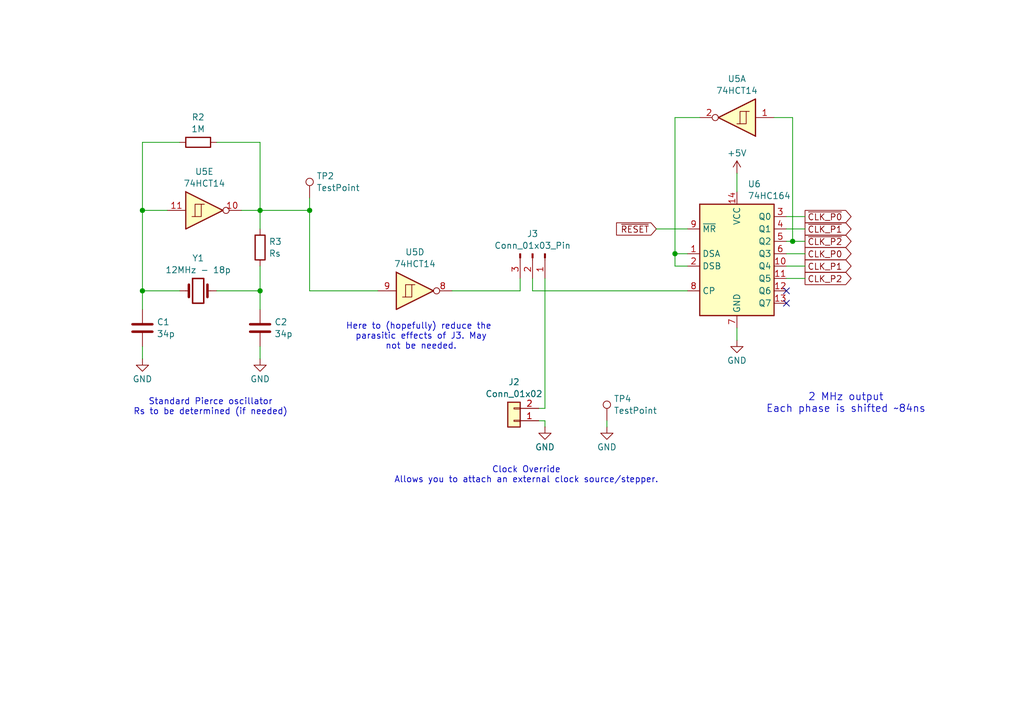
<source format=kicad_sch>
(kicad_sch (version 20231120) (generator "eeschema") (generator_version "8.0")
  (paper "A5")
  (title_block (title "TCPU816") (date "2025-01-31") (rev "1.1") (company "Designed by Kevin Williams - toastland.net") (comment 1 "STILL UNDER DEVELOPMENT"))
  (lib_symbols
    (symbol "74xx:74HC14" (pin_names (offset 1.016))
      (property "Reference" "U" (at 0 1.27 0))
      (property "Value" "74HC14" (at 0 -1.27 0))
      (symbol "74HC14_1_0"
        (polyline (pts (xy -3.81 3.81) (xy -3.81 -3.81) (xy 3.81 0) (xy -3.81 3.81)) (stroke (width 0.254)) (fill (type background)))
        (pin input line (at -7.62 0 0) (length 3.81) (name "~") (number "1"))
        (pin output inverted (at 7.62 0 180) (length 3.81) (name "~") (number "2"))
      )
      (symbol "74HC14_1_1"
        (polyline (pts (xy -1.905 -1.27) (xy -1.905 1.27) (xy -0.635 1.27)))
        (polyline (pts (xy -2.54 -1.27) (xy -0.635 -1.27) (xy -0.635 1.27) (xy 0 1.27)))
      )
      (symbol "74HC14_2_0"
        (polyline (pts (xy -3.81 3.81) (xy -3.81 -3.81) (xy 3.81 0) (xy -3.81 3.81)) (stroke (width 0.254)) (fill (type background)))
        (pin input line (at -7.62 0 0) (length 3.81) (name "~") (number "3"))
        (pin output inverted (at 7.62 0 180) (length 3.81) (name "~") (number "4"))
      )
      (symbol "74HC14_2_1"
        (polyline (pts (xy -1.905 -1.27) (xy -1.905 1.27) (xy -0.635 1.27)))
        (polyline (pts (xy -2.54 -1.27) (xy -0.635 -1.27) (xy -0.635 1.27) (xy 0 1.27)))
      )
      (symbol "74HC14_3_0"
        (polyline (pts (xy -3.81 3.81) (xy -3.81 -3.81) (xy 3.81 0) (xy -3.81 3.81)) (stroke (width 0.254)) (fill (type background)))
        (pin input line (at -7.62 0 0) (length 3.81) (name "~") (number "5"))
        (pin output inverted (at 7.62 0 180) (length 3.81) (name "~") (number "6"))
      )
      (symbol "74HC14_3_1"
        (polyline (pts (xy -1.905 -1.27) (xy -1.905 1.27) (xy -0.635 1.27)))
        (polyline (pts (xy -2.54 -1.27) (xy -0.635 -1.27) (xy -0.635 1.27) (xy 0 1.27)))
      )
      (symbol "74HC14_4_0"
        (polyline (pts (xy -3.81 3.81) (xy -3.81 -3.81) (xy 3.81 0) (xy -3.81 3.81)) (stroke (width 0.254)) (fill (type background)))
        (pin output inverted (at 7.62 0 180) (length 3.81) (name "~") (number "8"))
        (pin input line (at -7.62 0 0) (length 3.81) (name "~") (number "9"))
      )
      (symbol "74HC14_4_1"
        (polyline (pts (xy -1.905 -1.27) (xy -1.905 1.27) (xy -0.635 1.27)))
        (polyline (pts (xy -2.54 -1.27) (xy -0.635 -1.27) (xy -0.635 1.27) (xy 0 1.27)))
      )
      (symbol "74HC14_5_0"
        (polyline (pts (xy -3.81 3.81) (xy -3.81 -3.81) (xy 3.81 0) (xy -3.81 3.81)) (stroke (width 0.254)) (fill (type background)))
        (pin output inverted (at 7.62 0 180) (length 3.81) (name "~") (number "10"))
        (pin input line (at -7.62 0 0) (length 3.81) (name "~") (number "11"))
      )
      (symbol "74HC14_5_1"
        (polyline (pts (xy -1.905 -1.27) (xy -1.905 1.27) (xy -0.635 1.27)))
        (polyline (pts (xy -2.54 -1.27) (xy -0.635 -1.27) (xy -0.635 1.27) (xy 0 1.27)))
      )
      (symbol "74HC14_6_0"
        (polyline (pts (xy -3.81 3.81) (xy -3.81 -3.81) (xy 3.81 0) (xy -3.81 3.81)) (stroke (width 0.254)) (fill (type background)))
        (pin output inverted (at 7.62 0 180) (length 3.81) (name "~") (number "12"))
        (pin input line (at -7.62 0 0) (length 3.81) (name "~") (number "13"))
      )
      (symbol "74HC14_6_1"
        (polyline (pts (xy -1.905 -1.27) (xy -1.905 1.27) (xy -0.635 1.27)))
        (polyline (pts (xy -2.54 -1.27) (xy -0.635 -1.27) (xy -0.635 1.27) (xy 0 1.27)))
      )
      (symbol "74HC14_7_0"
        (pin power_in line (at 0 12.7 270) (length 5.08) (name "VCC") (number "14"))
        (pin power_in line (at 0 -12.7 90) (length 5.08) (name "GND") (number "7"))
      )
      (symbol "74HC14_7_1"
        (rectangle (start -5.08 7.62) (end 5.08 -7.62) (stroke (width 0.254)) (fill (type background)))
      )
    )
    (symbol "74xx:74HC164"
      (property "Reference" "U" (at 1.905 -13.97 0))
      (property "Value" "74HC164" (at 1.905 -16.51 0))
      (symbol "74HC164_0_1"
        (rectangle (start 7.62 10.16) (end -7.62 -12.7) (stroke (width 0.254)) (fill (type background)))
      )
      (symbol "74HC164_1_1"
        (pin input line (at -10.16 0 0) (length 2.54) (name "DSA") (number "1"))
        (pin output line (at 10.16 -2.54 180) (length 2.54) (name "Q4") (number "10"))
        (pin output line (at 10.16 -5.08 180) (length 2.54) (name "Q5") (number "11"))
        (pin output line (at 10.16 -7.62 180) (length 2.54) (name "Q6") (number "12"))
        (pin output line (at 10.16 -10.16 180) (length 2.54) (name "Q7") (number "13"))
        (pin power_in line (at 0 12.7 270) (length 2.54) (name "VCC") (number "14"))
        (pin input line (at -10.16 -2.54 0) (length 2.54) (name "DSB") (number "2"))
        (pin output line (at 10.16 7.62 180) (length 2.54) (name "Q0") (number "3"))
        (pin output line (at 10.16 5.08 180) (length 2.54) (name "Q1") (number "4"))
        (pin output line (at 10.16 2.54 180) (length 2.54) (name "Q2") (number "5"))
        (pin output line (at 10.16 0 180) (length 2.54) (name "Q3") (number "6"))
        (pin power_in line (at 0 -15.24 90) (length 2.54) (name "GND") (number "7"))
        (pin input line (at -10.16 -7.62 0) (length 2.54) (name "CP") (number "8"))
        (pin input line (at -10.16 5.08 0) (length 2.54) (name "~{MR}") (number "9"))
      )
    )
    (symbol "Connector:Conn_01x03_Pin" (pin_names (offset 1.016) hide)
      (property "Reference" "J" (at 0 5.08 0))
      (property "Value" "Conn_01x03_Pin" (at 0 -5.08 0))
      (symbol "Conn_01x03_Pin_1_1"
        (polyline (pts (xy 1.27 -2.54) (xy 0.8636 -2.54)) (stroke (width 0.1524)))
        (polyline (pts (xy 1.27 0) (xy 0.8636 0)) (stroke (width 0.1524)))
        (polyline (pts (xy 1.27 2.54) (xy 0.8636 2.54)) (stroke (width 0.1524)))
        (rectangle (start 0.8636 -2.413) (end 0 -2.667) (stroke (width 0.1524)) (fill (type outline)))
        (rectangle (start 0.8636 0.127) (end 0 -0.127) (stroke (width 0.1524)) (fill (type outline)))
        (rectangle (start 0.8636 2.667) (end 0 2.413) (stroke (width 0.1524)) (fill (type outline)))
        (pin passive line (at 5.08 2.54 180) (length 3.81) (name "Pin_1") (number "1"))
        (pin passive line (at 5.08 0 180) (length 3.81) (name "Pin_2") (number "2"))
        (pin passive line (at 5.08 -2.54 180) (length 3.81) (name "Pin_3") (number "3"))
      )
    )
    (symbol "Connector:TestPoint" (pin_numbers hide) (pin_names (offset 0.762) hide)
      (property "Reference" "TP" (at 0 6.858 0))
      (property "Value" "TestPoint" (at 0 5.08 0))
      (symbol "TestPoint_0_1"
        (circle (center 0 3.302) (radius 0.762))
      )
      (symbol "TestPoint_1_1"
        (pin passive line (at 0 0 90) (length 2.54) (name "1") (number "1"))
      )
    )
    (symbol "Connector_Generic:Conn_01x02" (pin_names (offset 1.016) hide)
      (property "Reference" "J" (at 0 2.54 0))
      (property "Value" "Conn_01x02" (at 0 -5.08 0))
      (symbol "Conn_01x02_1_1"
        (rectangle (start -1.27 -2.413) (end 0 -2.667) (stroke (width 0.1524)))
        (rectangle (start -1.27 0.127) (end 0 -0.127) (stroke (width 0.1524)))
        (rectangle (start -1.27 1.27) (end 1.27 -3.81) (stroke (width 0.254)) (fill (type background)))
        (pin passive line (at -5.08 0 0) (length 3.81) (name "Pin_1") (number "1"))
        (pin passive line (at -5.08 -2.54 0) (length 3.81) (name "Pin_2") (number "2"))
      )
    )
    (symbol "Device:C" (pin_numbers hide) (pin_names (offset 0.254))
      (property "Reference" "C" (at 0.635 2.54 0))
      (property "Value" "C" (at 0.635 -2.54 0))
      (symbol "C_0_1"
        (polyline (pts (xy -2.032 -0.762) (xy 2.032 -0.762)) (stroke (width 0.508)))
        (polyline (pts (xy -2.032 0.762) (xy 2.032 0.762)) (stroke (width 0.508)))
      )
      (symbol "C_1_1"
        (pin passive line (at 0 3.81 270) (length 2.794) (name "~") (number "1"))
        (pin passive line (at 0 -3.81 90) (length 2.794) (name "~") (number "2"))
      )
    )
    (symbol "Device:Crystal" (pin_numbers hide) (pin_names (offset 1.016) hide)
      (property "Reference" "Y" (at 0 3.81 0))
      (property "Value" "Crystal" (at 0 -3.81 0))
      (symbol "Crystal_0_1"
        (rectangle (start -1.143 2.54) (end 1.143 -2.54) (stroke (width 0.3048)))
        (polyline (pts (xy -2.54 0) (xy -1.905 0)))
        (polyline (pts (xy -1.905 -1.27) (xy -1.905 1.27)) (stroke (width 0.508)))
        (polyline (pts (xy 1.905 -1.27) (xy 1.905 1.27)) (stroke (width 0.508)))
        (polyline (pts (xy 2.54 0) (xy 1.905 0)))
      )
      (symbol "Crystal_1_1"
        (pin passive line (at -3.81 0 0) (length 1.27) (name "1") (number "1"))
        (pin passive line (at 3.81 0 180) (length 1.27) (name "2") (number "2"))
      )
    )
    (symbol "Device:R" (pin_numbers hide) (pin_names (offset 0))
      (property "Reference" "R" (at 2.032 0 90))
      (property "Value" "R" (at 0 0 90))
      (symbol "R_0_1"
        (rectangle (start -1.016 -2.54) (end 1.016 2.54) (stroke (width 0.254)))
      )
      (symbol "R_1_1"
        (pin passive line (at 0 3.81 270) (length 1.27) (name "~") (number "1"))
        (pin passive line (at 0 -3.81 90) (length 1.27) (name "~") (number "2"))
      )
    )
    (symbol "power:+5V" (power) (pin_numbers hide) (pin_names (offset 0) hide)
      (property "Value" "+5V" (at 0 3.556 0))
      (symbol "+5V_0_1"
        (polyline (pts (xy -0.762 1.27) (xy 0 2.54)))
        (polyline (pts (xy 0 0) (xy 0 2.54)))
        (polyline (pts (xy 0 2.54) (xy 0.762 1.27)))
      )
      (symbol "+5V_1_1"
        (pin power_in line (at 0 0 90) (length 0) (name "~") (number "1"))
      )
    )
    (symbol "power:GND" (power) (pin_numbers hide) (pin_names (offset 0) hide)
      (property "Value" "GND" (at 0 -3.81 0))
      (symbol "GND_0_1"
        (polyline (pts (xy 0 0) (xy 0 -1.27) (xy 1.27 -1.27) (xy 0 -2.54) (xy -1.27 -1.27) (xy 0 -1.27)))
      )
      (symbol "GND_1_1"
        (pin power_in line (at 0 0 270) (length 0) (name "~") (number "1"))
      )
    )
  )
  (junction (at 162.56 49.53))
  (junction (at 29.21 43.18))
  (junction (at 53.34 59.69))
  (junction (at 138.43 52.07))
  (junction (at 29.21 59.69))
  (junction (at 53.34 43.18))
  (junction (at 63.5 43.18))
  (no_connect (at 161.29 62.23))
  (no_connect (at 161.29 59.69))
  (wire (pts (xy 111.76 86.36) (xy 110.49 86.36)))
  (wire (pts (xy 53.34 43.18) (xy 53.34 46.99)))
  (wire (pts (xy 109.22 57.15) (xy 109.22 59.69)))
  (wire (pts (xy 106.68 57.15) (xy 106.68 59.69)))
  (wire (pts (xy 44.45 29.21) (xy 53.34 29.21)))
  (wire (pts (xy 29.21 43.18) (xy 34.29 43.18)))
  (wire (pts (xy 161.29 57.15) (xy 165.1 57.15)))
  (wire (pts (xy 29.21 59.69) (xy 29.21 63.5)))
  (wire (pts (xy 162.56 49.53) (xy 165.1 49.53)))
  (wire (pts (xy 151.13 67.31) (xy 151.13 69.85)))
  (wire (pts (xy 63.5 43.18) (xy 63.5 59.69)))
  (wire (pts (xy 29.21 71.12) (xy 29.21 73.66)))
  (wire (pts (xy 161.29 46.99) (xy 165.1 46.99)))
  (wire (pts (xy 29.21 59.69) (xy 36.83 59.69)))
  (wire (pts (xy 53.34 59.69) (xy 53.34 63.5)))
  (wire (pts (xy 63.5 40.64) (xy 63.5 43.18)))
  (wire (pts (xy 143.51 24.13) (xy 138.43 24.13)))
  (wire (pts (xy 138.43 54.61) (xy 140.97 54.61)))
  (wire (pts (xy 162.56 49.53) (xy 162.56 24.13)))
  (wire (pts (xy 53.34 43.18) (xy 63.5 43.18)))
  (wire (pts (xy 29.21 29.21) (xy 29.21 43.18)))
  (wire (pts (xy 138.43 52.07) (xy 138.43 54.61)))
  (wire (pts (xy 124.46 86.36) (xy 124.46 87.63)))
  (wire (pts (xy 49.53 43.18) (xy 53.34 43.18)))
  (wire (pts (xy 63.5 59.69) (xy 77.47 59.69)))
  (wire (pts (xy 53.34 71.12) (xy 53.34 73.66)))
  (wire (pts (xy 92.71 59.69) (xy 106.68 59.69)))
  (wire (pts (xy 53.34 29.21) (xy 53.34 43.18)))
  (wire (pts (xy 109.22 59.69) (xy 140.97 59.69)))
  (wire (pts (xy 44.45 59.69) (xy 53.34 59.69)))
  (wire (pts (xy 162.56 24.13) (xy 158.75 24.13)))
  (wire (pts (xy 161.29 49.53) (xy 162.56 49.53)))
  (wire (pts (xy 161.29 52.07) (xy 165.1 52.07)))
  (wire (pts (xy 151.13 35.56) (xy 151.13 39.37)))
  (wire (pts (xy 161.29 54.61) (xy 165.1 54.61)))
  (wire (pts (xy 111.76 57.15) (xy 111.76 83.82)))
  (wire (pts (xy 138.43 52.07) (xy 140.97 52.07)))
  (wire (pts (xy 161.29 44.45) (xy 165.1 44.45)))
  (wire (pts (xy 111.76 87.63) (xy 111.76 86.36)))
  (wire (pts (xy 110.49 83.82) (xy 111.76 83.82)))
  (wire (pts (xy 134.62 46.99) (xy 140.97 46.99)))
  (wire (pts (xy 53.34 54.61) (xy 53.34 59.69)))
  (wire (pts (xy 36.83 29.21) (xy 29.21 29.21)))
  (wire (pts (xy 138.43 24.13) (xy 138.43 52.07)))
  (wire (pts (xy 29.21 43.18) (xy 29.21 59.69)))
  (text "Here to (hopefully) reduce the \nparasitic effects of J3. May\nnot be needed." (at 86.36 69.088 0) (effects (font (size 1.27 1.27))))
  (text "Clock Override\nAllows you to attach an external clock source/stepper." (at 107.95 97.536 0) (effects (font (size 1.27 1.27))))
  (text "Standard Pierce oscillator\nRs to be determined (if needed)\n" (at 43.18 83.566 0) (effects (font (size 1.27 1.27))))
  (text "2 MHz output\nEach phase is shifted ~84ns\n" (at 173.482 82.804 0) (effects (font (size 1.5 1.5))))
  (global_label "CLK_P1" (shape output) (at 165.1 54.61 0) (property "Intersheetrefs" "${INTERSHEET_REFS}" (effects (hide yes))))
  (global_label "~{CLK_P0}" (shape output) (at 165.1 44.45 0) (property "Intersheetrefs" "${INTERSHEET_REFS}" (effects (hide yes))))
  (global_label "~{CLK_P1}" (shape output) (at 165.1 46.99 0) (property "Intersheetrefs" "${INTERSHEET_REFS}" (effects (hide yes))))
  (global_label "~{CLK_P2}" (shape output) (at 165.1 49.53 0) (property "Intersheetrefs" "${INTERSHEET_REFS}" (effects (hide yes))))
  (global_label "CLK_P2" (shape output) (at 165.1 57.15 0) (property "Intersheetrefs" "${INTERSHEET_REFS}" (effects (hide yes))))
  (global_label "~{RESET}" (shape input) (at 134.62 46.99 180) (property "Intersheetrefs" "${INTERSHEET_REFS}" (effects (hide yes))))
  (global_label "CLK_P0" (shape output) (at 165.1 52.07 0) (property "Intersheetrefs" "${INTERSHEET_REFS}" (effects (hide yes))))
  (symbol (lib_id "power:GND") (at 29.21 73.66 0) (unit 1)
    (property "Reference" "#PWR09" (effects (hide yes)))
    (property "Value" "GND" (at 29.21 77.7931 0))
    (property "Description" "Power symbol creates a global label with name \"GND\" , ground" (effects (hide yes)))
  )
  (symbol (lib_id "power:+5V") (at 151.13 35.56 0) (unit 1)
    (property "Reference" "#PWR014" (effects (hide yes)))
    (property "Value" "+5V" (at 151.13 31.4269 0))
    (property "Description" "Power symbol creates a global label with name \"+5V\"" (effects (hide yes)))
  )
  (symbol (lib_id "Connector:Conn_01x03_Pin") (at 109.22 52.07 270) (unit 1)
    (property "Reference" "J3" (at 109.22 47.9763 90))
    (property "Value" "Conn_01x03_Pin" (at 109.22 50.4006 90))
    (property "Footprint" "Connector_PinHeader_2.54mm:PinHeader_1x03_P2.54mm_Vertical" (effects (hide yes)))
    (property "Description" "Generic connector, single row, 01x03, script generated" (effects (hide yes)))
  )
  (symbol (lib_id "Connector_Generic:Conn_01x02") (at 105.41 86.36 180) (unit 1)
    (property "Reference" "J2" (at 105.41 78.4055 0))
    (property "Value" "Conn_01x02" (at 105.41 80.8298 0))
    (property "Footprint" "Connector_PinSocket_2.54mm:PinSocket_1x02_P2.54mm_Vertical" (effects (hide yes)))
    (property "Description" "Generic connector, single row, 01x02, script generated (kicad-library-utils/schlib/autogen/connector/)" (effects (hide yes)))
  )
  (symbol (lib_id "power:GND") (at 111.76 87.63 0) (unit 1)
    (property "Reference" "#PWR011" (effects (hide yes)))
    (property "Value" "GND" (at 111.76 91.7631 0))
    (property "Description" "Power symbol creates a global label with name \"GND\" , ground" (effects (hide yes)))
  )
  (symbol (lib_id "Connector:TestPoint") (at 124.46 86.36 0) (unit 1)
    (property "Reference" "TP4" (at 125.857 81.8458 0) (effects (justify left)))
    (property "Value" "TestPoint" (at 125.857 84.2701 0) (effects (justify left)))
    (property "Footprint" "TestPoint:TestPoint_THTPad_1.0x1.0mm_Drill0.5mm" (effects (hide yes)))
    (property "Description" "test point" (effects (hide yes)))
  )
  (symbol (lib_id "power:GND") (at 53.34 73.66 0) (unit 1)
    (property "Reference" "#PWR010" (effects (hide yes)))
    (property "Value" "GND" (at 53.34 77.7931 0))
    (property "Description" "Power symbol creates a global label with name \"GND\" , ground" (effects (hide yes)))
  )
  (symbol (lib_id "Device:Crystal") (at 40.64 59.69 0) (unit 1)
    (property "Reference" "Y1" (at 40.64 52.9801 0))
    (property "Value" "12MHz - 18p" (at 40.64 55.4044 0))
    (property "Footprint" "Crystal:Crystal_HC49-U_Vertical" (effects (hide yes)))
    (property "Description" "Two pin crystal" (effects (hide yes)))
  )
  (symbol (lib_id "Connector:TestPoint") (at 63.5 40.64 0) (unit 1)
    (property "Reference" "TP2" (at 64.897 36.1258 0) (effects (justify left)))
    (property "Value" "TestPoint" (at 64.897 38.5501 0) (effects (justify left)))
    (property "Footprint" "TestPoint:TestPoint_Pad_1.0x1.0mm" (effects (hide yes)))
    (property "Description" "test point" (effects (hide yes)))
  )
  (symbol (lib_id "Device:R") (at 53.34 50.8 180) (unit 1)
    (property "Reference" "R3" (at 55.118 49.5878 0) (effects (justify right)))
    (property "Value" "Rs" (at 55.118 52.0121 0) (effects (justify right)))
    (property "Footprint" "Resistor_THT:R_Axial_DIN0207_L6.3mm_D2.5mm_P7.62mm_Horizontal" (effects (hide yes)))
    (property "Description" "Resistor" (effects (hide yes)))
  )
  (symbol (lib_id "power:GND") (at 151.13 69.85 0) (unit 1)
    (property "Reference" "#PWR013" (effects (hide yes)))
    (property "Value" "GND" (at 151.13 73.9831 0))
    (property "Description" "Power symbol creates a global label with name \"GND\" , ground" (effects (hide yes)))
  )
  (symbol (lib_id "74xx:74HC14") (at 85.09 59.69 0) (unit 4)
    (property "Reference" "U5" (at 85.09 51.7355 0))
    (property "Value" "74HCT14" (at 85.09 54.1598 0))
    (property "Footprint" "Package_DIP:DIP-14_W7.62mm_Socket" (effects (hide yes)))
    (property "Datasheet" "http://www.ti.com/lit/gpn/sn74HC14" (effects (hide yes)))
    (property "Description" "Hex inverter schmitt trigger" (effects (hide yes)))
  )
  (symbol (lib_id "74xx:74HC14") (at 41.91 43.18 0) (unit 5)
    (property "Reference" "U5" (at 41.91 35.2255 0))
    (property "Value" "74HCT14" (at 41.91 37.6498 0))
    (property "Footprint" "Package_DIP:DIP-14_W7.62mm_Socket" (effects (hide yes)))
    (property "Datasheet" "http://www.ti.com/lit/gpn/sn74HC14" (effects (hide yes)))
    (property "Description" "Hex inverter schmitt trigger" (effects (hide yes)))
  )
  (symbol (lib_id "74xx:74HC164") (at 151.13 52.07 0) (unit 1)
    (property "Reference" "U6" (at 153.3241 37.7655 0) (effects (justify left)))
    (property "Value" "74HC164" (at 153.3241 40.1898 0) (effects (justify left)))
    (property "Footprint" "Package_DIP:DIP-14_W7.62mm_Socket" (effects (hide yes)))
    (property "Datasheet" "https://assets.nexperia.com/documents/data-sheet/74HC_HCT164.pdf" (effects (hide yes)))
    (property "Description" "8-bit serial-in parallel-out shift register" (effects (hide yes)))
  )
  (symbol (lib_id "74xx:74HC14") (at 151.13 24.13 180) (unit 1)
    (property "Reference" "U5" (at 151.13 16.1755 0))
    (property "Value" "74HCT14" (at 151.13 18.5998 0))
    (property "Footprint" "Package_DIP:DIP-14_W7.62mm_Socket" (effects (hide yes)))
    (property "Datasheet" "http://www.ti.com/lit/gpn/sn74HC14" (effects (hide yes)))
    (property "Description" "Hex inverter schmitt trigger" (effects (hide yes)))
  )
  (symbol (lib_id "Device:C") (at 53.34 67.31 0) (unit 1)
    (property "Reference" "C2" (at 56.261 66.0978 0) (effects (justify left)))
    (property "Value" "34p" (at 56.261 68.5221 0) (effects (justify left)))
    (property "Footprint" "Capacitor_THT:C_Disc_D4.7mm_W2.5mm_P5.00mm" (effects (hide yes)))
    (property "Description" "Unpolarized capacitor" (effects (hide yes)))
  )
  (symbol (lib_id "Device:C") (at 29.21 67.31 0) (unit 1)
    (property "Reference" "C1" (at 32.131 66.0978 0) (effects (justify left)))
    (property "Value" "34p" (at 32.131 68.5221 0) (effects (justify left)))
    (property "Footprint" "Capacitor_THT:C_Disc_D4.7mm_W2.5mm_P5.00mm" (effects (hide yes)))
    (property "Description" "Unpolarized capacitor" (effects (hide yes)))
  )
  (symbol (lib_id "Device:R") (at 40.64 29.21 90) (unit 1)
    (property "Reference" "R2" (at 40.64 24.0495 90))
    (property "Value" "1M" (at 40.64 26.4738 90))
    (property "Footprint" "Resistor_THT:R_Axial_DIN0207_L6.3mm_D2.5mm_P7.62mm_Horizontal" (effects (hide yes)))
    (property "Description" "Resistor" (effects (hide yes)))
  )
  (symbol (lib_id "power:GND") (at 124.46 87.63 0) (unit 1)
    (property "Reference" "#PWR012" (effects (hide yes)))
    (property "Value" "GND" (at 124.46 91.7631 0))
    (property "Description" "Power symbol creates a global label with name \"GND\" , ground" (effects (hide yes)))
  )
)
</source>
